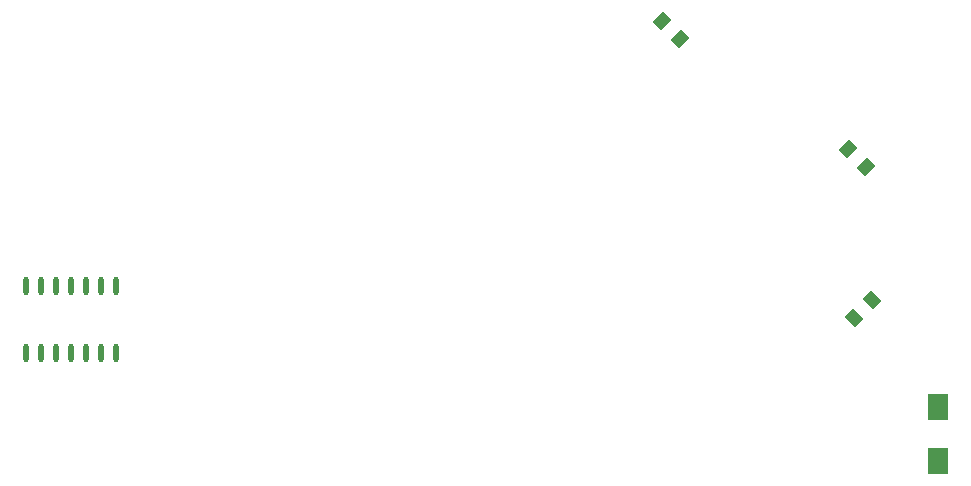
<source format=gbp>
G04*
G04 #@! TF.GenerationSoftware,Altium Limited,Altium Designer,18.1.9 (240)*
G04*
G04 Layer_Color=128*
%FSLAX25Y25*%
%MOIN*%
G70*
G01*
G75*
%ADD30O,0.01772X0.06299*%
G04:AMPARAMS|DCode=32|XSize=40mil|YSize=50mil|CornerRadius=0mil|HoleSize=0mil|Usage=FLASHONLY|Rotation=225.000|XOffset=0mil|YOffset=0mil|HoleType=Round|Shape=Rectangle|*
%AMROTATEDRECTD32*
4,1,4,-0.00354,0.03182,0.03182,-0.00354,0.00354,-0.03182,-0.03182,0.00354,-0.00354,0.03182,0.0*
%
%ADD32ROTATEDRECTD32*%

G04:AMPARAMS|DCode=43|XSize=40mil|YSize=50mil|CornerRadius=0mil|HoleSize=0mil|Usage=FLASHONLY|Rotation=315.000|XOffset=0mil|YOffset=0mil|HoleType=Round|Shape=Rectangle|*
%AMROTATEDRECTD43*
4,1,4,-0.03182,-0.00354,0.00354,0.03182,0.03182,0.00354,-0.00354,-0.03182,-0.03182,-0.00354,0.0*
%
%ADD43ROTATEDRECTD43*%

%ADD119R,0.06890X0.08661*%
D30*
X106100Y397600D02*
D03*
X101100D02*
D03*
X96100D02*
D03*
X91100D02*
D03*
X86100D02*
D03*
X81100D02*
D03*
X76100D02*
D03*
X76100Y419800D02*
D03*
X106100D02*
D03*
X101100D02*
D03*
X96100D02*
D03*
X91100D02*
D03*
X86100D02*
D03*
X81100D02*
D03*
D32*
X352252Y409108D02*
D03*
X358262Y415118D02*
D03*
D43*
X350052Y465729D02*
D03*
X356062Y459718D02*
D03*
X288262Y508218D02*
D03*
X294273Y502208D02*
D03*
D119*
X380062Y361463D02*
D03*
Y379573D02*
D03*
M02*

</source>
